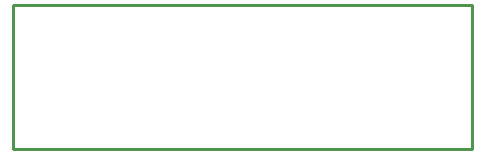
<source format=gbr>
G04 start of page 4 for group 6 idx 6 *
G04 Title: (unknown), outline *
G04 Creator: pcb 20140316 *
G04 CreationDate: Mon 31 Jul 2017 07:56:20 GMT UTC *
G04 For: harold *
G04 Format: Gerber/RS-274X *
G04 PCB-Dimensions (mil): 6000.00 5000.00 *
G04 PCB-Coordinate-Origin: lower left *
%MOIN*%
%FSLAX25Y25*%
%LNOUTLINE*%
%ADD25C,0.0100*%
G54D25*X98500Y311500D02*Y263500D01*
X251500D01*
Y311500D01*
X98500D02*X251500D01*
M02*

</source>
